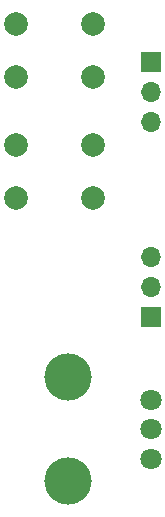
<source format=gtl>
G04 #@! TF.GenerationSoftware,KiCad,Pcbnew,(5.1.8)-1*
G04 #@! TF.CreationDate,2021-08-19T02:33:48+09:00*
G04 #@! TF.ProjectId,L3PSG6n9Side,4c335053-4736-46e3-9953-6964652e6b69,rev?*
G04 #@! TF.SameCoordinates,Original*
G04 #@! TF.FileFunction,Copper,L1,Top*
G04 #@! TF.FilePolarity,Positive*
%FSLAX46Y46*%
G04 Gerber Fmt 4.6, Leading zero omitted, Abs format (unit mm)*
G04 Created by KiCad (PCBNEW (5.1.8)-1) date 2021-08-19 02:33:48*
%MOMM*%
%LPD*%
G01*
G04 APERTURE LIST*
G04 #@! TA.AperFunction,ComponentPad*
%ADD10C,2.000000*%
G04 #@! TD*
G04 #@! TA.AperFunction,ComponentPad*
%ADD11C,1.800000*%
G04 #@! TD*
G04 #@! TA.AperFunction,WasherPad*
%ADD12C,4.000000*%
G04 #@! TD*
G04 #@! TA.AperFunction,ComponentPad*
%ADD13R,1.700000X1.700000*%
G04 #@! TD*
G04 #@! TA.AperFunction,ComponentPad*
%ADD14O,1.700000X1.700000*%
G04 #@! TD*
G04 APERTURE END LIST*
D10*
X77597000Y-69160000D03*
X77597000Y-73660000D03*
X71097000Y-69160000D03*
X71097000Y-73660000D03*
X71120000Y-83875000D03*
X71120000Y-79375000D03*
X77620000Y-83875000D03*
X77620000Y-79375000D03*
D11*
X82550000Y-105965000D03*
X82550000Y-103465000D03*
X82550000Y-100965000D03*
D12*
X75550000Y-107865000D03*
X75550000Y-99065000D03*
D13*
X82550000Y-93980000D03*
D14*
X82550000Y-91440000D03*
X82550000Y-88900000D03*
D13*
X82550000Y-72390000D03*
D14*
X82550000Y-74930000D03*
X82550000Y-77470000D03*
M02*

</source>
